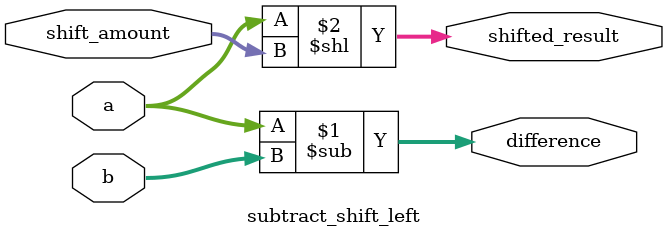
<source format=sv>
module subtract_shift_left (
    input [7:0] a,
    input [7:0] b,
    input [2:0] shift_amount,
    output [7:0] difference,
    output [7:0] shifted_result
);
    assign difference = a - b;               // 减法
    assign shifted_result = a << shift_amount; // 左移
endmodule

</source>
